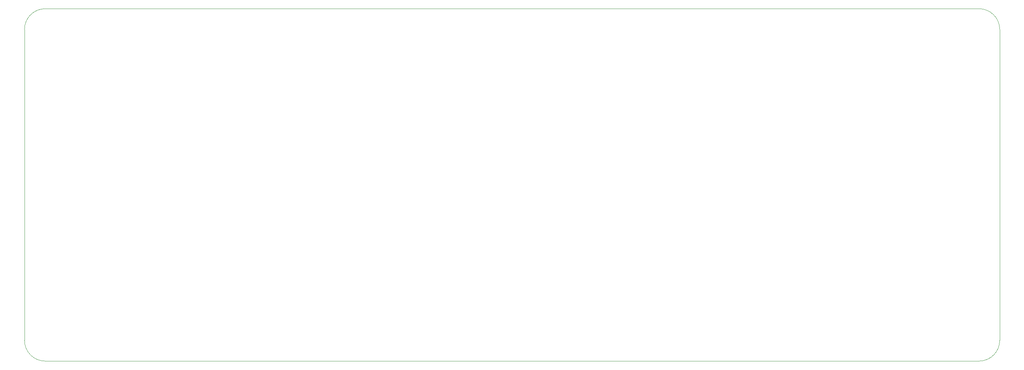
<source format=gbr>
%TF.GenerationSoftware,KiCad,Pcbnew,(5.1.10)-1*%
%TF.CreationDate,2021-09-02T14:39:37-06:00*%
%TF.ProjectId,MCUBottom,4d435542-6f74-4746-9f6d-2e6b69636164,rev?*%
%TF.SameCoordinates,Original*%
%TF.FileFunction,Profile,NP*%
%FSLAX46Y46*%
G04 Gerber Fmt 4.6, Leading zero omitted, Abs format (unit mm)*
G04 Created by KiCad (PCBNEW (5.1.10)-1) date 2021-09-02 14:39:37*
%MOMM*%
%LPD*%
G01*
G04 APERTURE LIST*
%TA.AperFunction,Profile*%
%ADD10C,0.050000*%
%TD*%
G04 APERTURE END LIST*
D10*
X46355000Y-50165000D02*
G75*
G02*
X51435000Y-45085000I5080000J0D01*
G01*
X280035000Y-45085000D02*
G75*
G02*
X285115000Y-50165000I0J-5080000D01*
G01*
X285115000Y-126365000D02*
G75*
G02*
X280035000Y-131445000I-5080000J0D01*
G01*
X51435000Y-131445000D02*
G75*
G02*
X46355000Y-126365000I0J5080000D01*
G01*
X46355000Y-50165000D02*
X46355000Y-126365000D01*
X280035000Y-45085000D02*
X51435000Y-45085000D01*
X285115000Y-126365000D02*
X285115000Y-50165000D01*
X51435000Y-131445000D02*
X280035000Y-131445000D01*
M02*

</source>
